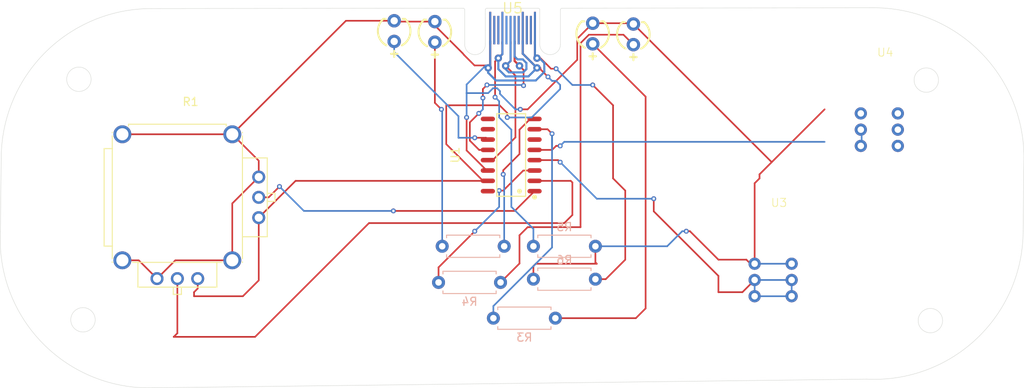
<source format=kicad_pcb>
(kicad_pcb (version 20240108) (generator "pcbnew") (generator_version "8.0")
  (layers (0 "F.Cu" signal) (31 "B.Cu" signal) (34 "B.Paste" user) (35 "F.Paste" user) (36 "B.SilkS" user "B.Silkscreen") (37 "F.SilkS" user "F.Silkscreen") (38 "B.Mask" user) (39 "F.Mask" user) (44 "Edge.Cuts" user))
  (net 0 "")
  (net 1 "Net-(LED1-+)")
  (net 2 "GND")
  (net 3 "Net-(LED2-+)")
  (net 4 "Net-(LED3-+)")
  (net 5 "Net-(LED4-+)")
  (net 6 "JOYX")
  (net 7 "JOYY")
  (net 8 "VCC")
  (net 11 "D-")
  (net 12 "Net-(U1-P1.6{slash}MISO{slash}RXD1{slash}TIN4)")
  (net 13 "D+")
  (net 15 "Net-(U1-P1.7{slash}SCK{slash}TXD1{slash}TIN5)")
  (net 17 "Net-(U1-P3.0{slash}PWM1_{slash}RXD)")
  (net 18 "Net-(U1-P3.1{slash}PWM2_{slash}TXD)")
  (net 19 "Net-(U1-P1.5{slash}MOSI{slash}PWM1{slash}TIN3{slash}UCC2{slash}AIN2)")
  (net 20 "Net-(U5-CC1)")
  (net 21 "Net-(U5-CC2)")
  (footprint "easyeda2kicad:SOP-16_L10.0-W3.9-P1.27-LS6.0-BL" (layer "F.Cu") (at 100.23 69.62 90)
    (property "Reference" "U1" (at 0 -6.87 90) (layer "F.SilkS"))
    (property "Value" "CH552G")
    (fp_line (start 5.08 -1.77) (end 5.08 1.77) (stroke (width 0.15)) (layer "F.SilkS"))
    (fp_line (start -5.08 -1.77) (end 5.08 -1.77) (stroke (width 0.15)) (layer "F.SilkS"))
    (fp_line (start 5.08 1.77) (end -5.08 1.77) (stroke (width 0.15)) (layer "F.SilkS"))
    (fp_line (start -5.08 1.77) (end -5.08 -1.77) (stroke (width 0.15)) (layer "F.SilkS"))
    (fp_circle (center -4.45 1.02) (end -4.3 1.02) (stroke (width 0.3)) (fill none) (layer "F.SilkS"))
    (fp_circle (center -5.18 2.87) (end -5.03 2.87) (stroke (width 0.3)) (fill none) (layer "F.SilkS"))
    (pad "1" smd oval (at -4.45 2.87 90) (size 0.56 1.75) (layers "F.Cu" "F.Paste" "F.Mask") (net 7 "JOYY"))
    (pad "2" smd oval (at -3.18 2.87 90) (size 0.56 1.75) (layers "F.Cu" "F.Paste" "F.Mask") (net 6 "JOYX"))
    (pad "3" smd oval (at -1.91 2.87 90) (size 0.56 1.75) (layers "F.Cu" "F.Paste" "F.Mask") (net 19 "Net-(U1-P1.5{slash}MOSI{slash}PWM1{slash}TIN3{slash}UCC2{slash}AIN2)"))
    (pad "4" smd oval (at -0.63 2.87 90) (size 0.56 1.75) (layers "F.Cu" "F.Paste" "F.Mask") (net 12 "Net-(U1-P1.6{slash}MISO{slash}RXD1{slash}TIN4)"))
    (pad "5" smd oval (at 0.63 2.87 90) (size 0.56 1.75) (layers "F.Cu" "F.Paste" "F.Mask") (net 15 "Net-(U1-P1.7{slash}SCK{slash}TXD1{slash}TIN5)"))
    (pad "6" smd oval (at 1.9 2.87 90) (size 0.56 1.75) (layers "F.Cu" "F.Paste" "F.Mask"))
    (pad "7" smd oval (at 3.17 2.87 90) (size 0.56 1.75) (layers "F.Cu" "F.Paste" "F.Mask") (net 18 "Net-(U1-P3.1{slash}PWM2_{slash}TXD)"))
    (pad "8" smd oval (at 4.44 2.87 90) (size 0.56 1.75) (layers "F.Cu" "F.Paste" "F.Mask") (net 17 "Net-(U1-P3.0{slash}PWM1_{slash}RXD)"))
    (pad "9" smd oval (at 4.44 -2.87 90) (size 0.56 1.75) (layers "F.Cu" "F.Paste" "F.Mask"))
    (pad "10" smd oval (at 3.17 -2.87 90) (size 0.56 1.75) (layers "F.Cu" "F.Paste" "F.Mask"))
    (pad "11" smd oval (at 1.9 -2.87 90) (size 0.56 1.75) (layers "F.Cu" "F.Paste" "F.Mask") (net 5 "Net-(LED4-+)"))
    (pad "12" smd oval (at 0.63 -2.87 90) (size 0.56 1.75) (layers "F.Cu" "F.Paste" "F.Mask") (net 13 "D+"))
    (pad "13" smd oval (at -0.63 -2.87 90) (size 0.56 1.75) (layers "F.Cu" "F.Paste" "F.Mask") (net 11 "D-"))
    (pad "14" smd oval (at -1.91 -2.87 90) (size 0.56 1.75) (layers "F.Cu" "F.Paste" "F.Mask") (net 2 "GND"))
    (pad "15" smd oval (at -3.18 -2.87 90) (size 0.56 1.75) (layers "F.Cu" "F.Paste" "F.Mask") (net 8 "VCC"))
    (pad "16" smd oval (at -4.45 -2.87 90) (size 0.56 1.75) (layers "F.Cu" "F.Paste" "F.Mask"))
  )
  (footprint "easyeda2kicad:LED-TH_BD4.0-P2.54-FD" (layer "F.Cu") (at 90.85 54.47 90)
    (property "Reference" "LED1" (hide yes))
    (property "Value" "204-10SUBC/S400-A4" (hide yes))
    (fp_line (start 1.5 -1.05) (end 1.5 -1.32) (stroke (width 0.25)) (layer "F.SilkS"))
    (fp_line (start -2.43 0) (end -3.18 0) (stroke (width 0.25)) (layer "F.SilkS"))
    (fp_line (start -2.8 0.31) (end -2.8 -0.39) (stroke (width 0.25)) (layer "F.SilkS"))
    (fp_line (start -2.8 0.4) (end -2.8 0.31) (stroke (width 0.25)) (layer "F.SilkS"))
    (fp_line (start 1.5 1.32) (end 1.5 1.05) (stroke (width 0.25)) (layer "F.SilkS"))
    (fp_arc (start -1.76 -0.96) (mid -0.220326 -1.992651) (end 1.507756 -1.321314) (stroke (width 0.25)) (layer "F.SilkS"))
    (fp_arc (start 1.5 1.32) (mid -0.223689 1.985539) (end -1.756093 0.953172) (stroke (width 0.25)) (layer "F.SilkS"))
    (pad "1" thru_hole circle (at -1.27 0 270) (size 1.65 1.65) (drill 0.900024) (layers "*.Cu" "*.Mask") (net 1 "Net-(LED1-+)"))
    (pad "2" thru_hole circle (at 1.27 0) (size 1.65 1.65) (drill 0.900024) (layers "*.Cu" "*.Mask") (net 2 "GND"))
  )
  (footprint "Button_Switch_THT:DIP6-DPDT" (layer "F.Cu") (at 146.2 57.5)
    (property "Reference" "U4" (at 0 -0.5 0) (layer "F.SilkS") (effects (font (thickness 0.1))))
    (property "Value" "~")
    (pad "1" thru_hole circle (at -3 11) (size 1.5 1.5) (drill 0.8) (layers "*.Cu" "*.Mask") (net 15 "Net-(U1-P1.7{slash}SCK{slash}TXD1{slash}TIN5)"))
    (pad "2" thru_hole circle (at -3 9) (size 1.5 1.5) (drill 0.8) (layers "*.Cu" "*.Mask") (net 15 "Net-(U1-P1.7{slash}SCK{slash}TXD1{slash}TIN5)"))
    (pad "3" thru_hole circle (at -3 7) (size 1.5 1.5) (drill 0.8) (layers "*.Cu" "*.Mask") (net 2 "GND"))
    (pad "4" thru_hole circle (at 1.55 11) (size 1.5 1.5) (drill 0.8) (layers "*.Cu" "*.Mask") (net 15 "Net-(U1-P1.7{slash}SCK{slash}TXD1{slash}TIN5)"))
    (pad "5" thru_hole circle (at 1.55 9) (size 1.5 1.5) (drill 0.8) (layers "*.Cu" "*.Mask") (net 15 "Net-(U1-P1.7{slash}SCK{slash}TXD1{slash}TIN5)"))
    (pad "6" thru_hole circle (at 1.55 7) (size 1.5 1.5) (drill 0.8) (layers "*.Cu" "*.Mask") (net 2 "GND"))
  )
  (footprint "easyeda2kicad:LED-TH_BD4.0-P2.54-FD" (layer "F.Cu") (at 110.25 54.67 90)
    (property "Reference" "LED2" (hide yes))
    (property "Value" "204-10SUBC/S400-A4" (hide yes))
    (fp_line (start 1.5 -1.05) (end 1.5 -1.32) (stroke (width 0.25)) (layer "F.SilkS"))
    (fp_line (start -2.43 0) (end -3.18 0) (stroke (width 0.25)) (layer "F.SilkS"))
    (fp_line (start -2.8 0.31) (end -2.8 -0.39) (stroke (width 0.25)) (layer "F.SilkS"))
    (fp_line (start -2.8 0.4) (end -2.8 0.31) (stroke (width 0.25)) (layer "F.SilkS"))
    (fp_line (start 1.5 1.32) (end 1.5 1.05) (stroke (width 0.25)) (layer "F.SilkS"))
    (fp_arc (start -1.76 -0.96) (mid -0.220326 -1.992651) (end 1.507756 -1.321314) (stroke (width 0.25)) (layer "F.SilkS"))
    (fp_arc (start 1.5 1.32) (mid -0.223689 1.985539) (end -1.756093 0.953172) (stroke (width 0.25)) (layer "F.SilkS"))
    (pad "1" thru_hole circle (at -1.27 0 270) (size 1.65 1.65) (drill 0.900024) (layers "*.Cu" "*.Mask") (net 3 "Net-(LED2-+)"))
    (pad "2" thru_hole circle (at 1.27 0) (size 1.65 1.65) (drill 0.900024) (layers "*.Cu" "*.Mask") (net 2 "GND"))
  )
  (footprint "easyeda2kicad:LED-TH_BD4.0-P2.54-FD" (layer "F.Cu") (at 115.25 54.77 90)
    (property "Reference" "LED3" (hide yes))
    (property "Value" "204-10SUBC/S400-A4" (hide yes))
    (fp_line (start 1.5 -1.05) (end 1.5 -1.32) (stroke (width 0.25)) (layer "F.SilkS"))
    (fp_line (start -2.43 0) (end -3.18 0) (stroke (width 0.25)) (layer "F.SilkS"))
    (fp_line (start -2.8 0.31) (end -2.8 -0.39) (stroke (width 0.25)) (layer "F.SilkS"))
    (fp_line (start -2.8 0.4) (end -2.8 0.31) (stroke (width 0.25)) (layer "F.SilkS"))
    (fp_line (start 1.5 1.32) (end 1.5 1.05) (stroke (width 0.25)) (layer "F.SilkS"))
    (fp_arc (start -1.76 -0.96) (mid -0.220326 -1.992651) (end 1.507756 -1.321314) (stroke (width 0.25)) (layer "F.SilkS"))
    (fp_arc (start 1.5 1.32) (mid -0.223689 1.985539) (end -1.756093 0.953172) (stroke (width 0.25)) (layer "F.SilkS"))
    (pad "1" thru_hole circle (at -1.27 0 270) (size 1.65 1.65) (drill 0.900024) (layers "*.Cu" "*.Mask") (net 4 "Net-(LED3-+)"))
    (pad "2" thru_hole circle (at 1.27 0) (size 1.65 1.65) (drill 0.900024) (layers "*.Cu" "*.Mask") (net 2 "GND"))
  )
  (footprint "easyeda2kicad:JOYTICK-TH_YF16-DFL7.2-B5KO-45-10-B5KO-55--RG-A22" (layer "F.Cu") (at 60.82 75.95)
    (property "Reference" "R1" (at 0 -12.88 0) (layer "F.SilkS"))
    (property "Value" "YF16-FL7.2-B5KA(45-10)-R-A28" (hide yes))
    (fp_line (start -10.62 -7.12) (end -10.62 4.88) (stroke (width 0.13)) (layer "F.SilkS"))
    (fp_line (start -10.62 4.88) (end -9.62 4.88) (stroke (width 0.13)) (layer "F.SilkS"))
    (fp_line (start -9.62 -9.12) (end -9.62 -9.07) (stroke (width 0.13)) (layer "F.SilkS"))
    (fp_line (start -9.62 -8.68) (end -9.62 -7.12) (stroke (width 0.13)) (layer "F.SilkS"))
    (fp_line (start -9.62 -7.12) (end -10.62 -7.12) (stroke (width 0.13)) (layer "F.SilkS"))
    (fp_line (start -9.62 -7.12) (end -9.62 4.88) (stroke (width 0.13)) (layer "F.SilkS"))
    (fp_line (start -9.62 4.88) (end -9.62 6.43) (stroke (width 0.13)) (layer "F.SilkS"))
    (fp_line (start -9.62 6.82) (end -9.62 6.88) (stroke (width 0.13)) (layer "F.SilkS"))
    (fp_line (start -9.62 6.88) (end -9.62 6.88) (stroke (width 0.13)) (layer "F.SilkS"))
    (fp_line (start -7.62 -10.12) (end -7.62 -9.9) (stroke (width 0.13)) (layer "F.SilkS"))
    (fp_line (start -7.13 6.88) (end -6.47 6.88) (stroke (width 0.13)) (layer "F.SilkS"))
    (fp_line (start -6.47 6.88) (end -6.47 9.93) (stroke (width 0.13)) (layer "F.SilkS"))
    (fp_line (start -6.47 6.88) (end 3.23 6.88) (stroke (width 0.13)) (layer "F.SilkS"))
    (fp_line (start -6.47 9.93) (end -2.12 9.93) (stroke (width 0.13)) (layer "F.SilkS"))
    (fp_line (start -2.12 9.93) (end -2.12 10.82) (stroke (width 0.13)) (layer "F.SilkS"))
    (fp_line (start -2.12 10.82) (end -1.12 10.82) (stroke (width 0.13)) (layer "F.SilkS"))
    (fp_line (start -1.12 9.93) (end -2.12 9.93) (stroke (width 0.13)) (layer "F.SilkS"))
    (fp_line (start -1.12 9.93) (end 3.23 9.93) (stroke (width 0.13)) (layer "F.SilkS"))
    (fp_line (start -1.12 10.82) (end -1.12 9.93) (stroke (width 0.13)) (layer "F.SilkS"))
    (fp_line (start 3.23 6.88) (end 3.88 6.88) (stroke (width 0.13)) (layer "F.SilkS"))
    (fp_line (start 3.23 9.93) (end 3.23 6.88) (stroke (width 0.13)) (layer "F.SilkS"))
    (fp_line (start 4.38 -10.12) (end -7.62 -10.12) (stroke (width 0.13)) (layer "F.SilkS"))
    (fp_line (start 4.38 -9.9) (end 4.38 -10.12) (stroke (width 0.13)) (layer "F.SilkS"))
    (fp_line (start 6.37 6.88) (end 6.38 6.88) (stroke (width 0.13)) (layer "F.SilkS"))
    (fp_line (start 6.38 -9.07) (end 6.38 -9.12) (stroke (width 0.13)) (layer "F.SilkS"))
    (fp_line (start 6.38 -5.97) (end 6.38 -8.68) (stroke (width 0.13)) (layer "F.SilkS"))
    (fp_line (start 6.38 -5.97) (end 6.38 3.73) (stroke (width 0.13)) (layer "F.SilkS"))
    (fp_line (start 6.38 3.73) (end 9.43 3.73) (stroke (width 0.13)) (layer "F.SilkS"))
    (fp_line (start 6.38 6.43) (end 6.38 3.73) (stroke (width 0.13)) (layer "F.SilkS"))
    (fp_line (start 6.38 6.88) (end 6.38 6.82) (stroke (width 0.13)) (layer "F.SilkS"))
    (fp_line (start 9.43 -5.97) (end 6.38 -5.97) (stroke (width 0.13)) (layer "F.SilkS"))
    (fp_line (start 9.43 -1.62) (end 9.43 -5.97) (stroke (width 0.13)) (layer "F.SilkS"))
    (fp_line (start 9.43 -1.62) (end 9.43 -0.62) (stroke (width 0.13)) (layer "F.SilkS"))
    (fp_line (start 9.43 -0.62) (end 10.38 -0.62) (stroke (width 0.13)) (layer "F.SilkS"))
    (fp_line (start 9.43 3.73) (end 9.43 -0.62) (stroke (width 0.13)) (layer "F.SilkS"))
    (fp_line (start 10.38 -1.62) (end 9.43 -1.62) (stroke (width 0.13)) (layer "F.SilkS"))
    (fp_line (start 10.38 -0.62) (end 10.38 -1.62) (stroke (width 0.13)) (layer "F.SilkS"))
    (pad "1" thru_hole circle (at -4.12 8.88) (size 1.6 1.6) (drill 0.999998) (layers "*.Cu" "*.Mask") (net 2 "GND"))
    (pad "2" thru_hole circle (at -1.62 8.88) (size 1.6 1.6) (drill 0.999998) (layers "*.Cu" "*.Mask") (net 6 "JOYX"))
    (pad "3" thru_hole circle (at 0.88 8.88) (size 1.6 1.6) (drill 0.999998) (layers "*.Cu" "*.Mask") (net 8 "VCC"))
    (pad "4" thru_hole circle (at 8.38 -3.62) (size 1.6 1.6) (drill 0.999998) (layers "*.Cu" "*.Mask") (net 2 "GND"))
    (pad "5" thru_hole circle (at 8.38 -1.12) (size 1.6 1.6) (drill 0.999998) (layers "*.Cu" "*.Mask") (net 7 "JOYY"))
    (pad "6" thru_hole circle (at 8.38 1.38) (size 1.6 1.6) (drill 0.999998) (layers "*.Cu" "*.Mask") (net 8 "VCC"))
    (pad "7" thru_hole circle (at -8.38 -8.88) (size 2.2 2.2) (drill 1.500022) (layers "*.Cu" "*.Mask") (net 2 "GND"))
    (pad "8" thru_hole circle (at 5.13 -8.88) (size 2.2 2.2) (drill 1.500022) (layers "*.Cu" "*.Mask") (net 2 "GND"))
    (pad "9" thru_hole circle (at 5.13 6.63) (size 2.2 2.2) (drill 1.500022) (layers "*.Cu" "*.Mask") (net 2 "GND"))
    (pad "10" thru_hole circle (at -8.38 6.63) (size 2.2 2.2) (drill 1.500022) (layers "*.Cu" "*.Mask") (net 2 "GND"))
  )
  (footprint "USBC:USB_TYPE_C_W_2.0_5" (layer "F.Cu") (at 100.4 51.55)
    (property "Reference" "U5" (at 0 0 0) (layer "F.SilkS") (effects (font (size 1.27 1.27))))
    (property "Value" "~")
    (fp_line (start -2.75 4.1) (end -2.75 7.1) (stroke (width 0.254)) (layer "F.Cu"))
    (fp_line (start -2.75 7.1) (end -3 7.35) (stroke (width 0.254)) (layer "F.Cu"))
    (fp_line (start -1.25 4.15) (end -1.25 5.65) (stroke (width 0.254)) (layer "F.Cu"))
    (fp_line (start -1.25 5.65) (end -1.75 6.15) (stroke (width 0.254)) (layer "F.Cu"))
    (fp_line (start -0.25 4.1) (end -0.25 6.5) (stroke (width 0.254)) (layer "F.Cu"))
    (fp_line (start -0.25 6.5) (end -0.85 7.1) (stroke (width 0.254)) (layer "F.Cu"))
    (fp_line (start 0.25 4.05) (end 0.25 6.5) (stroke (width 0.254)) (layer "F.Cu"))
    (fp_line (start 0.25 6.5) (end 0.85 7.1) (stroke (width 0.254)) (layer "F.Cu"))
    (fp_line (start 1.25 4) (end 1.25 5.6) (stroke (width 0.254)) (layer "F.Cu"))
    (fp_line (start 1.25 5.6) (end 3 7.35) (stroke (width 0.254)) (layer "F.Cu"))
    (fp_line (start 2.75 4.1) (end 2.75 5.9) (stroke (width 0.254)) (layer "F.Cu"))
    (fp_line (start 2.75 5.9) (end 3 6.15) (stroke (width 0.254)) (layer "F.Cu"))
    (fp_line (start -3 7.95) (end -3 7.35) (stroke (width 0.254)) (layer "B.Cu"))
    (fp_line (start -2.75 4.05) (end -2.75 7.1) (stroke (width 0.254)) (layer "B.Cu"))
    (fp_line (start -2.75 7.1) (end -3 7.35) (stroke (width 0.254)) (layer "B.Cu"))
    (fp_line (start -2.05 8.9) (end -3 7.95) (stroke (width 0.254)) (layer "B.Cu"))
    (fp_line (start -1.75 7.5) (end -1.75 6.15) (stroke (width 0.254)) (layer "B.Cu"))
    (fp_line (start -1.25 4.15) (end -1.25 5.65) (stroke (width 0.254)) (layer "B.Cu"))
    (fp_line (start -1.25 5.65) (end -1.75 6.15) (stroke (width 0.254)) (layer "B.Cu"))
    (fp_line (start -0.85 7.5) (end -0.85 7.15) (stroke (width 0.254)) (layer "B.Cu"))
    (fp_line (start -0.85 8.4) (end -1.75 7.5) (stroke (width 0.254)) (layer "B.Cu"))
    (fp_line (start -0.45 7.9) (end -0.85 7.5) (stroke (width 0.254)) (layer "B.Cu"))
    (fp_line (start -0.25 4.15) (end -0.25 6.5) (stroke (width 0.254)) (layer "B.Cu"))
    (fp_line (start -0.25 6.5) (end -0.85 7.1) (stroke (width 0.254)) (layer "B.Cu"))
    (fp_line (start 0.25 4.05) (end 0.25 5.95) (stroke (width 0.254)) (layer "B.Cu"))
    (fp_line (start 0.25 5.95) (end 0.6 6.3) (stroke (width 0.254)) (layer "B.Cu"))
    (fp_line (start 0.6 6.3) (end 1.25 6.3) (stroke (width 0.254)) (layer "B.Cu"))
    (fp_line (start 1.25 4.05) (end 1.25 5.6) (stroke (width 0.254)) (layer "B.Cu"))
    (fp_line (start 1.25 5.6) (end 3 7.35) (stroke (width 0.254)) (layer "B.Cu"))
    (fp_line (start 1.25 6.3) (end 1.7 6.75) (stroke (width 0.254)) (layer "B.Cu"))
    (fp_line (start 1.3 7.9) (end -0.45 7.9) (stroke (width 0.254)) (layer "B.Cu"))
    (fp_line (start 1.7 6.75) (end 1.7 7.5) (stroke (width 0.254)) (layer "B.Cu"))
    (fp_line (start 1.7 7.5) (end 1.3 7.9) (stroke (width 0.254)) (layer "B.Cu"))
    (fp_line (start 1.95 8.4) (end -0.85 8.4) (stroke (width 0.254)) (layer "B.Cu"))
    (fp_line (start 1.95 8.4) (end 3 7.35) (stroke (width 0.254)) (layer "B.Cu"))
    (fp_line (start 2.75 4.05) (end 2.75 5.9) (stroke (width 0.254)) (layer "B.Cu"))
    (fp_line (start 2.75 5.9) (end 3 6.15) (stroke (width 0.254)) (layer "B.Cu"))
    (fp_line (start 2.85 8.9) (end -2.05 8.9) (stroke (width 0.254)) (layer "B.Cu"))
    (fp_line (start 3 6.15) (end 3.3 6.15) (stroke (width 0.254)) (layer "B.Cu"))
    (fp_line (start 3.3 6.15) (end 3.9 6.75) (stroke (width 0.254)) (layer "B.Cu"))
    (fp_line (start 3.9 6.75) (end 3.9 7.85) (stroke (width 0.254)) (layer "B.Cu"))
    (fp_line (start 3.9 7.85) (end 2.85 8.9) (stroke (width 0.254)) (layer "B.Cu"))
    (fp_line (start -8 0) (end -6.085 0) (stroke (width 0.05)) (layer "Edge.Cuts"))
    (fp_line (start -5.885 0.2) (end -5.885 4.45) (stroke (width 0.05)) (layer "Edge.Cuts"))
    (fp_line (start -3.345 0.2) (end -3.345 0.75) (stroke (width 0.05)) (layer "Edge.Cuts"))
    (fp_line (start -3.345 0.75) (end -3.345 1.25) (stroke (width 0.05)) (layer "Edge.Cuts"))
    (fp_line (start -3.345 1.25) (end -3.345 2.75) (stroke (width 0.05)) (layer "Edge.Cuts"))
    (fp_line (start -3.345 2.75) (end -3.345 4.45) (stroke (width 0.05)) (layer "Edge.Cuts"))
    (fp_line (start -3.045 0) (end -3.145 0) (stroke (width 0.05)) (layer "Edge.Cuts"))
    (fp_line (start -3.045 0) (end 3.045 0) (stroke (width 0.05)) (layer "Edge.Cuts"))
    (fp_line (start 3.045 0) (end 3.145 0) (stroke (width 0.05)) (layer "Edge.Cuts"))
    (fp_line (start 3.345 0.2) (end 3.345 1.25) (stroke (width 0.05)) (layer "Edge.Cuts"))
    (fp_line (start 3.345 1.25) (end 3.345 2.75) (stroke (width 0.05)) (layer "Edge.Cuts"))
    (fp_line (start 3.345 2.75) (end 3.345 4.45) (stroke (width 0.05)) (layer "Edge.Cuts"))
    (fp_line (start 5.885 0.2) (end 5.885 4.45) (stroke (width 0.05)) (layer "Edge.Cuts"))
    (fp_line (start 8 0) (end 6.085 0) (stroke (width 0.05)) (layer "Edge.Cuts"))
    (fp_arc (start -6.085 0) (mid -5.943579 0.058579) (end -5.885 0.2) (stroke (width 0.05)) (layer "Edge.Cuts"))
    (fp_arc (start -3.345 0.2) (mid -3.286421 0.058579) (end -3.145 0) (stroke (width 0.05)) (layer "Edge.Cuts"))
    (fp_arc (start -3.345 4.45) (mid -4.615 5.72) (end -5.885 4.45) (stroke (width 0.05)) (layer "Edge.Cuts"))
    (fp_arc (start 3.145 0) (mid 3.286421 0.058579) (end 3.345 0.2) (stroke (width 0.05)) (layer "Edge.Cuts"))
    (fp_arc (start 5.885 0.2) (mid 5.943579 0.058579) (end 6.085 0) (stroke (width 0.05)) (layer "Edge.Cuts"))
    (fp_arc (start 5.885 4.45) (mid 4.615 5.72) (end 3.345 4.45) (stroke (width 0.05)) (layer "Edge.Cuts"))
    (pad "A1" smd rect (at 2.75 2.45 90) (size 4 0.25) (layers "F.Cu" "F.Paste" "F.Mask"))
    (pad "A2" smd rect (at 2.25 2.7 90) (size 3.5 0.25) (layers "F.Cu" "F.Paste" "F.Mask"))
    (pad "A3" smd rect (at 1.75 2.7 90) (size 3.5 0.25) (layers "F.Cu" "F.Paste" "F.Mask"))
    (pad "A4" smd rect (at 1.25 2.45 90) (size 4 0.25) (layers "F.Cu" "F.Paste" "F.Mask"))
    (pad "A5" smd rect (at 0.75 2.7 90) (size 3.5 0.25) (layers "F.Cu" "F.Paste" "F.Mask"))
    (pad "A6" smd rect (at 0.25 2.7 90) (size 3.5 0.25) (layers "F.Cu" "F.Paste" "F.Mask"))
    (pad "A7" smd rect (at -0.25 2.7 90) (size 3.5 0.25) (layers "F.Cu" "F.Paste" "F.Mask"))
    (pad "A8" smd rect (at -0.75 2.7 90) (size 3.5 0.25) (layers "F.Cu" "F.Paste" "F.Mask"))
    (pad "A9" smd rect (at -1.25 2.45 90) (size 4 0.25) (layers "F.Cu" "F.Paste" "F.Mask"))
    (pad "A10" smd rect (at -1.75 2.7 90) (size 3.5 0.25) (layers "F.Cu" "F.Paste" "F.Mask"))
    (pad "A11" smd rect (at -2.25 2.7 90) (size 3.5 0.25) (layers "F.Cu" "F.Paste" "F.Mask"))
    (pad "A12" smd rect (at -2.75 2.45 90) (size 4 0.25) (layers "F.Cu" "F.Paste" "F.Mask"))
    (pad "B1" smd rect (at -2.75 2.45 90) (size 4 0.25) (layers "B.Cu" "B.Paste" "B.Mask"))
    (pad "B2" smd rect (at -2.25 2.7 90) (size 3.5 0.25) (layers "B.Cu" "B.Paste" "B.Mask"))
    (pad "B3" smd rect (at -1.75 2.7 90) (size 3.5 0.25) (layers "B.Cu" "B.Paste" "B.Mask"))
    (pad "B4" smd rect (at -1.25 2.45 90) (size 4 0.25) (layers "B.Cu" "B.Paste" "B.Mask"))
    (pad "B5" smd rect (at -0.75 2.7 90) (size 3.5 0.25) (layers "B.Cu" "B.Paste" "B.Mask"))
    (pad "B6" smd rect (at -0.25 2.7 90) (size 3.5 0.25) (layers "B.Cu" "B.Paste" "B.Mask"))
    (pad "B7" smd rect (at 0.25 2.7 90) (size 3.5 0.25) (layers "B.Cu" "B.Paste" "B.Mask"))
    (pad "B8" smd rect (at 0.75 2.7 90) (size 3.5 0.25) (layers "B.Cu" "B.Paste" "B.Mask"))
    (pad "B9" smd rect (at 1.25 2.45 90) (size 4 0.25) (layers "B.Cu" "B.Paste" "B.Mask"))
    (pad "B10" smd rect (at 1.75 2.7 90) (size 3.5 0.25) (layers "B.Cu" "B.Paste" "B.Mask"))
    (pad "B11" smd rect (at 2.25 2.7 90) (size 3.5 0.25) (layers "B.Cu" "B.Paste" "B.Mask"))
    (pad "B12" smd rect (at 2.75 2.45 90) (size 4 0.25) (layers "B.Cu" "B.Paste" "B.Mask"))
    (pad "D+" thru_hole circle (at 0.85 7.1) (size 0.908 0.908) (drill 0.4) (layers "*.Cu" "*.Mask") (net 13 "D+"))
    (pad "D-" thru_hole circle (at -0.85 7.1) (size 0.908 0.908) (drill 0.4) (layers "*.Cu" "*.Mask") (net 11 "D-"))
    (pad "GND" thru_hole circle (at -3 7.35) (size 0.908 0.908) (drill 0.4) (layers "*.Cu" "*.Mask") (net 2 "GND"))
    (pad "P$5" thru_hole circle (at -1.75 6.15) (size 0.908 0.908) (drill 0.4) (layers "*.Cu") (net 20 "Net-(U5-CC1)"))
    (pad "P$6" thru_hole circle (at 3 6.15) (size 0.908 0.908) (drill 0.4) (layers "*.Cu") (net 21 "Net-(U5-CC2)"))
    (pad "VBUS" thru_hole circle (at 3 7.35) (size 0.908 0.908) (drill 0.4) (layers "*.Cu" "*.Mask") (net 8 "VCC"))
  )
  (footprint "easyeda2kicad:LED-TH_BD4.0-P2.54-FD" (layer "F.Cu") (at 85.85 54.37 90)
    (property "Reference" "LED4" (hide yes))
    (property "Value" "204-10SUBC/S400-A4" (hide yes))
    (fp_line (start 1.5 -1.05) (end 1.5 -1.32) (stroke (width 0.25)) (layer "F.SilkS"))
    (fp_line (start -2.43 0) (end -3.18 0) (stroke (width 0.25)) (layer "F.SilkS"))
    (fp_line (start -2.8 0.31) (end -2.8 -0.39) (stroke (width 0.25)) (layer "F.SilkS"))
    (fp_line (start -2.8 0.4) (end -2.8 0.31) (stroke (width 0.25)) (layer "F.SilkS"))
    (fp_line (start 1.5 1.32) (end 1.5 1.05) (stroke (width 0.25)) (layer "F.SilkS"))
    (fp_arc (start -1.76 -0.96) (mid -0.220326 -1.992651) (end 1.507756 -1.321314) (stroke (width 0.25)) (layer "F.SilkS"))
    (fp_arc (start 1.5 1.32) (mid -0.223689 1.985539) (end -1.756093 0.953172) (stroke (width 0.25)) (layer "F.SilkS"))
    (pad "1" thru_hole circle (at -1.27 0 270) (size 1.65 1.65) (drill 0.900024) (layers "*.Cu" "*.Mask") (net 5 "Net-(LED4-+)"))
    (pad "2" thru_hole circle (at 1.27 0) (size 1.65 1.65) (drill 0.900024) (layers "*.Cu" "*.Mask") (net 2 "GND"))
  )
  (footprint "Button_Switch_THT:DIP6-DPDT" (layer "F.Cu") (at 133.15 76)
    (property "Reference" "U3" (at 0 -0.5 0) (layer "F.SilkS") (effects (font (thickness 0.1))))
    (property "Value" "~")
    (pad "1" thru_hole circle (at -3 11) (size 1.5 1.5) (drill 0.8) (layers "*.Cu" "*.Mask") (net 12 "Net-(U1-P1.6{slash}MISO{slash}RXD1{slash}TIN4)"))
    (pad "2" thru_hole circle (at -3 9) (size 1.5 1.5) (drill 0.8) (layers "*.Cu" "*.Mask") (net 12 "Net-(U1-P1.6{slash}MISO{slash}RXD1{slash}TIN4)"))
    (pad "3" thru_hole circle (at -3 7) (size 1.5 1.5) (drill 0.8) (layers "*.Cu" "*.Mask") (net 2 "GND"))
    (pad "4" thru_hole circle (at 1.55 11) (size 1.5 1.5) (drill 0.8) (layers "*.Cu" "*.Mask") (net 12 "Net-(U1-P1.6{slash}MISO{slash}RXD1{slash}TIN4)"))
    (pad "5" thru_hole circle (at 1.55 9) (size 1.5 1.5) (drill 0.8) (layers "*.Cu" "*.Mask") (net 12 "Net-(U1-P1.6{slash}MISO{slash}RXD1{slash}TIN4)"))
    (pad "6" thru_hole circle (at 1.55 7) (size 1.5 1.5) (drill 0.8) (layers "*.Cu" "*.Mask") (net 2 "GND"))
  )
  (footprint "Resistor_THT:R_Axial_DIN0207_L6.3mm_D2.5mm_P7.62mm_Horizontal" (layer "B.Cu") (at 98.04 89.7)
    (property "Reference" "R3" (at 3.81 2.37 0) (layer "B.SilkS") (effects (justify mirror)))
    (property "Value" "10")
    (fp_line (start 0.54 -1.37) (end 0.54 -1.04) (stroke (width 0.12)) (layer "B.SilkS"))
    (fp_line (start 0.54 1.37) (end 0.54 1.04) (stroke (width 0.12)) (layer "B.SilkS"))
    (fp_line (start 7.08 -1.37) (end 0.54 -1.37) (stroke (width 0.12)) (layer "B.SilkS"))
    (fp_line (start 7.08 -1.04) (end 7.08 -1.37) (stroke (width 0.12)) (layer "B.SilkS"))
    (fp_line (start 7.08 1.04) (end 7.08 1.37) (stroke (width 0.12)) (layer "B.SilkS"))
    (fp_line (start 7.08 1.37) (end 0.54 1.37) (stroke (width 0.12)) (layer "B.SilkS"))
    (pad "1" thru_hole circle (at 0 0) (size 1.6 1.6) (drill 0.8) (layers "*.Cu" "*.Mask") (net 18 "Net-(U1-P3.1{slash}PWM2_{slash}TXD)"))
    (pad "2" thru_hole oval (at 7.62 0) (size 1.6 1.6) (drill 0.8) (layers "*.Cu" "*.Mask") (net 3 "Net-(LED2-+)"))
  )
  (footprint "Resistor_THT:R_Axial_DIN0207_L6.3mm_D2.5mm_P7.62mm_Horizontal" (layer "B.Cu") (at 91.75 80.85)
    (property "Reference" "R2" (hide yes))
    (property "Value" "10")
    (fp_line (start 0.54 -1.37) (end 0.54 -1.04) (stroke (width 0.12)) (layer "B.SilkS"))
    (fp_line (start 0.54 1.37) (end 0.54 1.04) (stroke (width 0.12)) (layer "B.SilkS"))
    (fp_line (start 7.08 -1.37) (end 0.54 -1.37) (stroke (width 0.12)) (layer "B.SilkS"))
    (fp_line (start 7.08 -1.04) (end 7.08 -1.37) (stroke (width 0.12)) (layer "B.SilkS"))
    (fp_line (start 7.08 1.04) (end 7.08 1.37) (stroke (width 0.12)) (layer "B.SilkS"))
    (fp_line (start 7.08 1.37) (end 0.54 1.37) (stroke (width 0.12)) (layer "B.SilkS"))
    (pad "1" thru_hole circle (at 0 0) (size 1.6 1.6) (drill 0.8) (layers "*.Cu" "*.Mask") (net 1 "Net-(LED1-+)"))
    (pad "2" thru_hole oval (at 7.62 0) (size 1.6 1.6) (drill 0.8) (layers "*.Cu" "*.Mask") (net 17 "Net-(U1-P3.0{slash}PWM1_{slash}RXD)"))
  )
  (footprint "Resistor_THT:R_Axial_DIN0207_L6.3mm_D2.5mm_P7.62mm_Horizontal" (layer "B.Cu") (at 91.3 85.3)
    (property "Reference" "R4" (at 3.81 2.37 0) (layer "B.SilkS") (effects (justify mirror)))
    (property "Value" "10")
    (fp_line (start 0.54 -1.37) (end 0.54 -1.04) (stroke (width 0.12)) (layer "B.SilkS"))
    (fp_line (start 0.54 1.37) (end 0.54 1.04) (stroke (width 0.12)) (layer "B.SilkS"))
    (fp_line (start 7.08 -1.37) (end 0.54 -1.37) (stroke (width 0.12)) (layer "B.SilkS"))
    (fp_line (start 7.08 -1.04) (end 7.08 -1.37) (stroke (width 0.12)) (layer "B.SilkS"))
    (fp_line (start 7.08 1.04) (end 7.08 1.37) (stroke (width 0.12)) (layer "B.SilkS"))
    (fp_line (start 7.08 1.37) (end 0.54 1.37) (stroke (width 0.12)) (layer "B.SilkS"))
    (pad "1" thru_hole circle (at 0 0) (size 1.6 1.6) (drill 0.8) (layers "*.Cu" "*.Mask") (net 19 "Net-(U1-P1.5{slash}MOSI{slash}PWM1{slash}TIN3{slash}UCC2{slash}AIN2)"))
    (pad "2" thru_hole oval (at 7.62 0) (size 1.6 1.6) (drill 0.8) (layers "*.Cu" "*.Mask") (net 4 "Net-(LED3-+)"))
  )
  (footprint "Resistor_THT:R_Axial_DIN0207_L6.3mm_D2.5mm_P7.62mm_Horizontal" (layer "B.Cu") (at 110.58 84.9 180)
    (property "Reference" "R6" (at 3.81 2.37 0) (layer "B.SilkS") (effects (justify mirror)))
    (property "Value" "5.1k")
    (fp_line (start 7.08 1.37) (end 0.54 1.37) (stroke (width 0.12)) (layer "B.SilkS"))
    (fp_line (start 7.08 1.04) (end 7.08 1.37) (stroke (width 0.12)) (layer "B.SilkS"))
    (fp_line (start 7.08 -1.04) (end 7.08 -1.37) (stroke (width 0.12)) (layer "B.SilkS"))
    (fp_line (start 7.08 -1.37) (end 0.54 -1.37) (stroke (width 0.12)) (layer "B.SilkS"))
    (fp_line (start 0.54 1.37) (end 0.54 1.04) (stroke (width 0.12)) (layer "B.SilkS"))
    (fp_line (start 0.54 -1.37) (end 0.54 -1.04) (stroke (width 0.12)) (layer "B.SilkS"))
    (pad "1" thru_hole circle (at 0 0 180) (size 1.6 1.6) (drill 0.8) (layers "*.Cu" "*.Mask") (net 21 "Net-(U5-CC2)"))
    (pad "2" thru_hole oval (at 7.62 0 180) (size 1.6 1.6) (drill 0.8) (layers "*.Cu" "*.Mask") (net 2 "GND"))
  )
  (footprint "Resistor_THT:R_Axial_DIN0207_L6.3mm_D2.5mm_P7.62mm_Horizontal" (layer "B.Cu") (at 110.58 80.85 180)
    (property "Reference" "R5" (at 3.81 2.37 0) (layer "B.SilkS") (effects (justify mirror)))
    (property "Value" "5.1k")
    (fp_line (start 7.08 1.37) (end 0.54 1.37) (stroke (width 0.12)) (layer "B.SilkS"))
    (fp_line (start 7.08 1.04) (end 7.08 1.37) (stroke (width 0.12)) (layer "B.SilkS"))
    (fp_line (start 7.08 -1.04) (end 7.08 -1.37) (stroke (width 0.12)) (layer "B.SilkS"))
    (fp_line (start 7.08 -1.37) (end 0.54 -1.37) (stroke (width 0.12)) (layer "B.SilkS"))
    (fp_line (start 0.54 1.37) (end 0.54 1.04) (stroke (width 0.12)) (layer "B.SilkS"))
    (fp_line (start 0.54 -1.37) (end 0.54 -1.04) (stroke (width 0.12)) (layer "B.SilkS"))
    (pad "1" thru_hole circle (at 0 0 180) (size 1.6 1.6) (drill 0.8) (layers "*.Cu" "*.Mask") (net 2 "GND"))
    (pad "2" thru_hole oval (at 7.62 0 180) (size 1.6 1.6) (drill 0.8) (layers "*.Cu" "*.Mask") (net 20 "Net-(U5-CC1)"))
  )
  (gr_arc (start 144.8 51.5) (mid 157.84612 56.90388) (end 163.25 69.95) (stroke (width 0.05)) (layer "Edge.Cuts"))
  (gr_line (start 143.925291 97.2) (end 55.7 98.274709) (stroke (width 0.05)) (layer "Edge.Cuts"))
  (gr_line (start 108.4 51.55) (end 144.8 51.5) (stroke (width 0.05)) (layer "Edge.Cuts"))
  (gr_circle (center 151.25 60.4) (end 152.75 60.4) (stroke (width 0.05)) (fill none) (layer "Edge.Cuts"))
  (gr_line (start 37.55 70.05) (end 37.45 79.05) (stroke (width 0.05)) (layer "Edge.Cuts"))
  (gr_arc (start 163.15 78.95) (mid 157.457104 92.203791) (end 143.925291 97.2) (stroke (width 0.05)) (layer "Edge.Cuts"))
  (gr_circle (center 47.6 89.9) (end 49.1 89.9) (stroke (width 0.05)) (fill none) (layer "Edge.Cuts"))
  (gr_arc (start 55.7 98.274709) (mid 42.446208 92.581813) (end 37.45 79.05) (stroke (width 0.05)) (layer "Edge.Cuts"))
  (gr_arc (start 37.55 70.05) (mid 42.95388 57.00388) (end 56 51.6) (stroke (width 0.05)) (layer "Edge.Cuts"))
  (gr_line (start 163.25 69.95) (end 163.15 78.95) (stroke (width 0.05)) (layer "Edge.Cuts"))
  (gr_circle (center 151.75 90) (end 153.25 90) (stroke (width 0.05)) (fill none) (layer "Edge.Cuts"))
  (gr_circle (center 47.1 60.3) (end 48.6 60.3) (stroke (width 0.05)) (fill none) (layer "Edge.Cuts"))
  (gr_line (start 92.4 51.55) (end 56 51.6) (stroke (width 0.05)) (layer "Edge.Cuts"))
  (segment (start 90.85 63.2) (end 90.85 55.74) (width 0.2) (layer "F.Cu") (net 1))
  (segment (start 91.65 64) (end 90.85 63.2) (width 0.2) (layer "F.Cu") (net 1))
  (via (at 91.65 64) (size 0.6) (drill 0.3) (layers "F.Cu" "B.Cu") (net 1))
  (segment (start 91.75 64) (end 91.65 64) (width 0.2) (layer "B.Cu") (net 1))
  (segment (start 91.75 80.85) (end 91.75 64) (width 0.2) (layer "B.Cu") (net 1))
  (segment (start 102.96 83.29) (end 103.25 83) (width 0.2) (layer "F.Cu") (net 2))
  (segment (start 125.7 82.5) (end 129.134925 82.5) (width 0.2) (layer "F.Cu") (net 2))
  (segment (start 129.134925 82.5) (end 129.634925 83) (width 0.2) (layer "F.Cu") (net 2))
  (segment (start 115.15 53.4) (end 115.25 53.5) (width 0.2) (layer "F.Cu") (net 2))
  (segment (start 52.44 82.58) (end 54.45 82.58) (width 0.2) (layer "F.Cu") (net 2))
  (segment (start 125.7 82.5) (end 122.2 79) (width 0.2) (layer "F.Cu") (net 2))
  (segment (start 122.2 79) (end 121.75 79) (width 0.2) (layer "F.Cu") (net 2))
  (segment (start 90.85 53.2) (end 85.95 53.2) (width 0.2) (layer "F.Cu") (net 2))
  (segment (start 130.75 72.5) (end 130.15 73.1) (width 0.2) (layer "F.Cu") (net 2))
  (segment (start 97.224756 71.53) (end 94.75 69.055244) (width 0.2) (layer "F.Cu") (net 2))
  (segment (start 110.25 53.4) (end 108.35 55.3) (width 0.2) (layer "F.Cu") (net 2))
  (segment (start 102.96 84.9) (end 102.96 83.29) (width 0.2) (layer "F.Cu") (net 2))
  (segment (start 108.35 57.9) (end 102.25 64) (width 0.2) (layer "F.Cu") (net 2))
  (segment (start 58.95 82.58) (end 56.7 84.83) (width 0.2) (layer "F.Cu") (net 2))
  (segment (start 85.95 53.2) (end 85.85 53.1) (width 0.2) (layer "F.Cu") (net 2))
  (segment (start 103.25 83) (end 110.75 83) (width 0.2) (layer "F.Cu") (net 2))
  (segment (start 130.75 72) (end 130.75 72.5) (width 0.2) (layer "F.Cu") (net 2))
  (segment (start 94.75 69.055244) (end 94.75 65) (width 0.2) (layer "F.Cu") (net 2))
  (segment (start 65.95 75.58) (end 69.2 72.33) (width 0.2) (layer "F.Cu") (net 2))
  (segment (start 95.724715 58.598065) (end 97.098065 58.598065) (width 0.2) (layer "F.Cu") (net 2))
  (segment (start 132.25 70.5) (end 138.75 64) (width 0.2) (layer "F.Cu") (net 2))
  (segment (start 65.95 82.58) (end 65.95 75.58) (width 0.2) (layer "F.Cu") (net 2))
  (segment (start 130.15 73.1) (end 130.15 83) (width 0.2) (layer "F.Cu") (net 2))
  (segment (start 54.45 82.58) (end 56.7 84.83) (width 0.2) (layer "F.Cu") (net 2))
  (segment (start 65.95 82.58) (end 58.95 82.58) (width 0.2) (layer "F.Cu") (net 2))
  (segment (start 110.75 83) (end 110.58 82.83) (width 0.2) (layer "F.Cu") (net 2))
  (segment (start 90.85 53.682961) (end 94.245207 57.078168) (width 0.2) (layer "F.Cu") (net 2))
  (segment (start 110.58 82.83) (end 110.58 80.85) (width 0.2) (layer "F.Cu") (net 2))
  (segment (start 69.2 70.32) (end 65.95 67.07) (width 0.2) (layer "F.Cu") (net 2))
  (segment (start 110.25 53.4) (end 115.15 53.4) (width 0.2) (layer "F.Cu") (net 2))
  (segment (start 85.85 53.1) (end 79.92 53.1) (width 0.2) (layer "F.Cu") (net 2))
  (segment (start 132.25 70.5) (end 115.25 53.5) (width 0.2) (layer "F.Cu") (net 2))
  (segment (start 130.75 72) (end 132.25 70.5) (width 0.2) (layer "F.Cu") (net 2))
  (segment (start 90.85 53.2) (end 90.85 53.682961) (width 0.2) (layer "F.Cu") (net 2))
  (segment (start 94.245207 57.078168) (end 94.455825 57.329175) (width 0.2) (layer "F.Cu") (net 2))
  (segment (start 97.36 71.53) (end 97.224756 71.53) (width 0.2) (layer "F.Cu") (net 2))
  (segment (start 65.95 67.07) (end 52.44 67.07) (width 0.2) (layer "F.Cu") (net 2))
  (segment (start 79.92 53.1) (end 65.95 67.07) (width 0.2) (layer "F.Cu") (net 2))
  (segment (start 108.35 55.3) (end 108.35 57.9) (width 0.2) (layer "F.Cu") (net 2))
  (segment (start 94.455825 57.329175) (end 95.724715 58.598065) (width 0.2) (layer "F.Cu") (net 2))
  (segment (start 129.634925 83) (end 130.15 83) (width 0.2) (layer "F.Cu") (net 2))
  (segment (start 69.2 72.33) (end 69.2 70.32) (width 0.2) (layer "F.Cu") (net 2))
  (segment (start 102.25 64) (end 101.35 64) (width 0.2) (layer "F.Cu") (net 2))
  (via (at 101.35 64) (size 0.6) (drill 0.3) (layers "F.Cu" "B.Cu") (net 2))
  (via (at 94.75 65) (size 0.6) (drill 0.3) (layers "F.Cu" "B.Cu") (net 2))
  (via (at 121.75 79) (size 0.6) (drill 0.3) (layers "F.Cu" "B.Cu") (net 2))
  (segment (start 119.4 80.85) (end 110.58 80.85) (width 0.2) (layer "B.Cu") (net 2))
  (segment (start 98.85 61.751471) (end 98.498529 61.4) (width 0.2) (layer "B.Cu") (net 2))
  (segment (start 101.35 64) (end 100.75 64) (width 0.2) (layer "B.Cu") (net 2))
  (segment (start 121.25 79) (end 119.4 80.85) (width 0.2) (layer "B.Cu") (net 2))
  (segment (start 98.001471 61.4) (end 97.401471 62) (width 0.2) (layer "B.Cu") (net 2))
  (segment (start 98.85 62.1) (end 98.85 61.751471) (width 0.2) (layer "B.Cu") (net 2))
  (segment (start 98.498529 61.4) (end 98.001471 61.4) (width 0.2) (layer "B.Cu") (net 2))
  (segment (start 94.75 65) (end 94.75 62) (width 0.2) (layer "B.Cu") (net 2))
  (segment (start 97.401471 62) (end 94.75 62) (width 0.2) (layer "B.Cu") (net 2))
  (segment (start 121.75 79) (end 121.25 79) (width 0.2) (layer "B.Cu") (net 2))
  (segment (start 100.75 64) (end 98.85 62.1) (width 0.2) (layer "B.Cu") (net 2))
  (segment (start 94.75 60.946131) (end 97.098066 58.598065) (width 0.2) (layer "B.Cu") (net 2))
  (segment (start 94.75 62) (end 94.75 60.946131) (width 0.2) (layer "B.Cu") (net 2))
  (segment (start 134.7 83) (end 130.15 83) (width 0.2) (layer "B.Cu") (net 2))
  (segment (start 115.55 89.7) (end 105.66 89.7) (width 0.2) (layer "F.Cu") (net 3))
  (segment (start 116.75 62.44) (end 116.75 88.5) (width 0.2) (layer "F.Cu") (net 3))
  (segment (start 116.75 88.5) (end 115.55 89.7) (width 0.2) (layer "F.Cu") (net 3))
  (segment (start 110.25 55.94) (end 116.75 62.44) (width 0.2) (layer "F.Cu") (net 3))
  (segment (start 101.25 79.5) (end 101.25 82.97) (width 0.2) (layer "F.Cu") (net 4))
  (segment (start 115.25 56.04) (end 114.025 54.815) (width 0.2) (layer "F.Cu") (net 4))
  (segment (start 109.784009 54.815) (end 108.75 55.849009) (width 0.2) (layer "F.Cu") (net 4))
  (segment (start 114.025 54.815) (end 109.784009 54.815) (width 0.2) (layer "F.Cu") (net 4))
  (segment (start 108.75 78.5) (end 102.25 78.5) (width 0.2) (layer "F.Cu") (net 4))
  (segment (start 102.25 78.5) (end 101.25 79.5) (width 0.2) (layer "F.Cu") (net 4))
  (segment (start 101.25 82.97) (end 98.92 85.3) (width 0.2) (layer "F.Cu") (net 4))
  (segment (start 108.75 55.849009) (end 108.75 78.5) (width 0.2) (layer "F.Cu") (net 4))
  (segment (start 97.14 67.5) (end 97.36 67.72) (width 0.2) (layer "F.Cu") (net 5))
  (segment (start 95.75 67.5) (end 97.14 67.5) (width 0.2) (layer "F.Cu") (net 5))
  (via (at 95.75 67.5) (size 0.6) (drill 0.3) (layers "F.Cu" "B.Cu") (net 5))
  (segment (start 93.75 64.848529) (end 93.75 67.5) (width 0.2) (layer "B.Cu") (net 5))
  (segment (start 93.75 67.5) (end 95.75 67.5) (width 0.2) (layer "B.Cu") (net 5))
  (segment (start 85.85 56.948529) (end 93.75 64.848529) (width 0.2) (layer "B.Cu") (net 5))
  (segment (start 85.85 55.64) (end 85.85 56.948529) (width 0.2) (layer "B.Cu") (net 5))
  (segment (start 58.75 92) (end 59.2 91.55) (width 0.2) (layer "F.Cu") (net 6))
  (segment (start 82.75 78) (end 68.75 92) (width 0.2) (layer "F.Cu") (net 6))
  (segment (start 107.75 77) (end 106.75 78) (width 0.2) (layer "F.Cu") (net 6))
  (segment (start 68.75 92) (end 58.75 92) (width 0.2) (layer "F.Cu") (net 6))
  (segment (start 103.1 72.8) (end 107.55 72.8) (width 0.2) (layer "F.Cu") (net 6))
  (segment (start 107.55 72.8) (end 107.75 73) (width 0.2) (layer "F.Cu") (net 6))
  (segment (start 106.75 78) (end 82.75 78) (width 0.2) (layer "F.Cu") (net 6))
  (segment (start 59.2 91.55) (end 59.2 84.83) (width 0.2) (layer "F.Cu") (net 6))
  (segment (start 107.75 73) (end 107.75 77) (width 0.2) (layer "F.Cu") (net 6))
  (segment (start 71.75 73.5) (end 70.42 74.83) (width 0.2) (layer "F.Cu") (net 7))
  (segment (start 70.42 74.83) (end 69.2 74.83) (width 0.2) (layer "F.Cu") (net 7))
  (segment (start 103.1 74.07) (end 100.67 76.5) (width 0.2) (layer "F.Cu") (net 7))
  (segment (start 100.67 76.5) (end 85.75 76.5) (width 0.2) (layer "F.Cu") (net 7))
  (via (at 85.75 76.5) (size 0.6) (drill 0.3) (layers "F.Cu" "B.Cu") (net 7))
  (via (at 71.75 73.5) (size 0.6) (drill 0.3) (layers "F.Cu" "B.Cu") (net 7))
  (segment (start 85.75 76.5) (end 74.75 76.5) (width 0.2) (layer "B.Cu") (net 7))
  (segment (start 74.75 76.5) (end 71.75 73.5) (width 0.2) (layer "B.Cu") (net 7))
  (segment (start 97.36 72.8) (end 96.765 72.8) (width 0.2) (layer "F.Cu") (net 8))
  (segment (start 103.827 59.077) (end 103.827 58.9) (width 0.2) (layer "F.Cu") (net 8))
  (segment (start 104.75 60) (end 103.827 59.077) (width 0.2) (layer "F.Cu") (net 8))
  (segment (start 61.25 86.5) (end 61.7 86.05) (width 0.2) (layer "F.Cu") (net 8))
  (segment (start 73.73 72.8) (end 69.2 77.33) (width 0.2) (layer "F.Cu") (net 8))
  (segment (start 99.75 64.45) (end 99.75 65) (width 0.2) (layer "F.Cu") (net 8))
  (segment (start 98.8 63.5) (end 99.75 64.45) (width 0.2) (layer "F.Cu") (net 8))
  (segment (start 67.25 87) (end 61.25 87) (width 0.2) (layer "F.Cu") (net 8))
  (segment (start 69.2 85.05) (end 67.25 87) (width 0.2) (layer "F.Cu") (net 8))
  (segment (start 61.25 87) (end 61.25 86.5) (width 0.2) (layer "F.Cu") (net 8))
  (segment (start 61.7 86.05) (end 61.7 84.83) (width 0.2) (layer "F.Cu") (net 8))
  (segment (start 96.765 72.8) (end 92.25 68.285) (width 0.2) (layer "F.Cu") (net 8))
  (segment (start 69.2 77.33) (end 69.2 85.05) (width 0.2) (layer "F.Cu") (net 8))
  (segment (start 92.25 63.5) (end 98.8 63.5) (width 0.2) (layer "F.Cu") (net 8))
  (segment (start 92.25 68.285) (end 92.25 63.5) (width 0.2) (layer "F.Cu") (net 8))
  (segment (start 97.36 72.8) (end 73.73 72.8) (width 0.2) (layer "F.Cu") (net 8))
  (via (at 99.75 65) (size 0.6) (drill 0.3) (layers "F.Cu" "B.Cu") (net 8))
  (via (at 104.75 60) (size 0.6) (drill 0.3) (layers "F.Cu" "B.Cu") (net 8))
  (segment (start 106.25 61.5) (end 106.25 61) (width 0.2) (layer "B.Cu") (net 8))
  (segment (start 106.25 61) (end 105.75 60.5) (width 0.2) (layer "B.Cu") (net 8))
  (segment (start 99.75 65) (end 102.75 65) (width 0.2) (layer "B.Cu") (net 8))
  (segment (start 105.25 60.5) (end 104.75 60) (width 0.2) (layer "B.Cu") (net 8))
  (segment (start 102.75 65) (end 106.25 61.5) (width 0.2) (layer "B.Cu") (net 8))
  (segment (start 105.75 60.5) (end 105.25 60.5) (width 0.2) (layer "B.Cu") (net 8))
  (segment (start 97.955 70.25) (end 100.75 67.455) (width 0.2) (layer "F.Cu") (net 11))
  (segment (start 97.36 70.25) (end 97.955 70.25) (width 0.2) (layer "F.Cu") (net 11))
  (segment (start 100.75 59.85) (end 99.851935 58.951935) (width 0.2) (layer "F.Cu") (net 11))
  (segment (start 100.75 67.455) (end 100.75 59.85) (width 0.2) (layer "F.Cu") (net 11))
  (segment (start 128.65 86.5) (end 130.15 85) (width 0.2) (layer "F.Cu") (net 12))
  (segment (start 125.7 86.5) (end 125.7 84.5) (width 0.2) (layer "F.Cu") (net 12))
  (segment (start 125.7 86.5) (end 128.65 86.5) (width 0.2) (layer "F.Cu") (net 12))
  (segment (start 117.75 76.55) (end 117.75 75) (width 0.2) (layer "F.Cu") (net 12))
  (segment (start 125.7 84.5) (end 117.75 76.55) (width 0.2) (layer "F.Cu") (net 12))
  (segment (start 106.25 70.5) (end 106 70.25) (width 0.2) (layer "F.Cu") (net 12))
  (segment (start 106 70.25) (end 103.1 70.25) (width 0.2) (layer "F.Cu") (net 12))
  (via (at 106.25 70.5) (size 0.6) (drill 0.3) (layers "F.Cu" "B.Cu") (net 12))
  (via (at 117.75 75) (size 0.6) (drill 0.3) (layers "F.Cu" "B.Cu") (net 12))
  (segment (start 110.75 75) (end 106.25 70.5) (width 0.2) (layer "B.Cu") (net 12))
  (segment (start 134.7 87) (end 134.7 85) (width 0.2) (layer "B.Cu") (net 12))
  (segment (start 117.75 75) (end 110.75 75) (width 0.2) (layer "B.Cu") (net 12))
  (segment (start 130.15 87) (end 134.7 87) (width 0.2) (layer "B.Cu") (net 12))
  (segment (start 130.15 85) (end 134.7 85) (width 0.2) (layer "B.Cu") (net 12))
  (segment (start 130.15 87) (end 130.15 85) (width 0.2) (layer "B.Cu") (net 12))
  (segment (start 96.75 62.6) (end 96.75 61.5) (width 0.2) (layer "F.Cu") (net 13))
  (segment (start 97.36 68.99) (end 96.285 68.99) (width 0.2) (layer "F.Cu") (net 13))
  (segment (start 96.285 68.99) (end 95.15 67.855) (width 0.2) (layer "F.Cu") (net 13))
  (segment (start 95.15 65.6) (end 96.25 64.5) (width 0.2) (layer "F.Cu") (net 13))
  (segment (start 101.75 59.15) (end 101.551935 58.951935) (width 0.2) (layer "F.Cu") (net 13))
  (segment (start 101.75 61.077) (end 101.75 59.15) (width 0.2) (layer "F.Cu") (net 13))
  (segment (start 95.15 67.855) (end 95.15 65.6) (width 0.2) (layer "F.Cu") (net 13))
  (segment (start 96.75 61.5) (end 97.25 61) (width 0.2) (layer "F.Cu") (net 13))
  (via (at 96.25 64.5) (size 0.6) (drill 0.3) (layers "F.Cu" "B.Cu") (net 13))
  (via (at 97.25 61) (size 0.6) (drill 0.3) (layers "F.Cu" "B.Cu") (net 13))
  (via (at 96.75 62.6) (size 0.6) (drill 0.3) (layers "F.Cu" "B.Cu") (net 13))
  (via (at 101.75 61.077) (size 0.6) (drill 0.3) (layers "F.Cu" "B.Cu") (net 13))
  (segment (start 97.25 61) (end 101.75 61) (width 0.2) (layer "B.Cu") (net 13))
  (segment (start 96.75 64) (end 96.75 62.6) (width 0.2) (layer "B.Cu") (net 13))
  (segment (start 101.75 61) (end 101.75 61.077) (width 0.2) (layer "B.Cu") (net 13))
  (segment (start 96.25 64.5) (end 96.75 64) (width 0.2) (layer "B.Cu") (net 13))
  (segment (start 105.26 68.99) (end 103.1 68.99) (width 0.2) (layer "F.Cu") (net 15))
  (segment (start 106.25 68.5) (end 105.75 68.5) (width 0.2) (layer "F.Cu") (net 15))
  (segment (start 105.75 68.5) (end 105.26 68.99) (width 0.2) (layer "F.Cu") (net 15))
  (via (at 106.25 68.5) (size 0.6) (drill 0.3) (layers "F.Cu" "B.Cu") (net 15))
  (segment (start 138.75 68) (end 106.75 68) (width 0.2) (layer "B.Cu") (net 15))
  (segment (start 143.3 68) (end 143.3 66) (width 0.2) (layer "B.Cu") (net 15))
  (segment (start 106.75 68) (end 106.25 68.5) (width 0.2) (layer "B.Cu") (net 15))
  (segment (start 99.25 71.5) (end 101.25 69.5) (width 0.2) (layer "F.Cu") (net 17))
  (segment (start 102.57 65.18) (end 103.1 65.18) (width 0.2) (layer "F.Cu") (net 17))
  (segment (start 101.25 66.5) (end 102.57 65.18) (width 0.2) (layer "F.Cu") (net 17))
  (segment (start 99.25 72) (end 99.25 71.5) (width 0.2) (layer "F.Cu") (net 17))
  (segment (start 101.25 69.5) (end 101.25 66.5) (width 0.2) (layer "F.Cu") (net 17))
  (via (at 99.25 72) (size 0.6) (drill 0.3) (layers "F.Cu" "B.Cu") (net 17))
  (segment (start 99.37 80.85) (end 99.37 72.12) (width 0.2) (layer "B.Cu") (net 17))
  (segment (start 99.37 72.12) (end 99.25 72) (width 0.2) (layer "B.Cu") (net 17))
  (segment (start 105.25 67) (end 104.7 66.45) (width 0.2) (layer "F.Cu") (net 18))
  (segment (start 104.7 66.45) (end 103.1 66.45) (width 0.2) (layer "F.Cu") (net 18))
  (via (at 105.25 67) (size 0.6) (drill 0.3) (layers "F.Cu" "B.Cu") (net 18))
  (segment (start 98.04 89.7) (end 98.04 88.21) (width 0.2) (layer "B.Cu") (net 18))
  (segment (start 105.25 81) (end 105.25 67) (width 0.2) (layer "B.Cu") (net 18))
  (segment (start 98.04 88.21) (end 105.25 81) (width 0.2) (layer "B.Cu") (net 18))
  (segment (start 105.25 67) (end 105.25 69) (width 0.2) (layer "B.Cu") (net 18))
  (segment (start 101.72 71.53) (end 103.1 71.53) (width 0.2) (layer "F.Cu") (net 19))
  (segment (start 91.3 83.45) (end 95.75 79) (width 0.2) (layer "F.Cu") (net 19))
  (segment (start 98.75 74) (end 99.25 74) (width 0.2) (layer "F.Cu") (net 19))
  (segment (start 99.25 74) (end 101.72 71.53) (width 0.2) (layer "F.Cu") (net 19))
  (segment (start 91.3 85.3) (end 91.3 83.45) (width 0.2) (layer "F.Cu") (net 19))
  (via (at 98.75 74) (size 0.6) (drill 0.3) (layers "F.Cu" "B.Cu") (net 19))
  (via (at 95.75 79) (size 0.6) (drill 0.3) (layers "F.Cu" "B.Cu") (net 19))
  (segment (start 95.75 79) (end 98.75 76) (width 0.2) (layer "B.Cu") (net 19))
  (segment (start 98.75 76) (end 98.75 74) (width 0.2) (layer "B.Cu") (net 19))
  (segment (start 98.25 62.5) (end 98.25 58.1) (width 0.2) (layer "F.Cu") (net 20))
  (segment (start 98.25 58.1) (end 98.348065 58.001935) (width 0.2) (layer "F.Cu") (net 20))
  (via (at 98.25 62.5) (size 0.6) (drill 0.3) (layers "F.Cu" "B.Cu") (net 20))
  (segment (start 100.25 76) (end 100.25 66.5) (width 0.2) (layer "B.Cu") (net 20))
  (segment (start 98.75 65) (end 98.75 63) (width 0.2) (layer "B.Cu") (net 20))
  (segment (start 100.25 66.5) (end 98.75 65) (width 0.2) (layer "B.Cu") (net 20))
  (segment (start 102.96 80.85) (end 102.96 78.71) (width 0.2) (layer "B.Cu") (net 20))
  (segment (start 102.96 78.71) (end 100.25 76) (width 0.2) (layer "B.Cu") (net 20))
  (segment (start 98.75 63) (end 98.25 62.5) (width 0.2) (layer "B.Cu") (net 20))
  (segment (start 114.25 82.5) (end 114.25 74) (width 0.2) (layer "F.Cu") (net 21))
  (segment (start 105.127 59) (end 103.827 57.7) (width 0.2) (layer "F.Cu") (net 21))
  (segment (start 105.75 59) (end 105.127 59) (width 0.2) (layer "F.Cu") (net 21))
  (segment (start 114.25 74) (end 112.75 72.5) (width 0.2) (layer "F.Cu") (net 21))
  (segment (start 110.58 84.9) (end 111.85 84.9) (width 0.2) (layer "F.Cu") (net 21))
  (segment (start 112.75 63.5) (end 110.25 61) (width 0.2) (layer "F.Cu") (net 21))
  (segment (start 112.75 72.5) (end 112.75 63.5) (width 0.2) (layer "F.Cu") (net 21))
  (segment (start 111.85 84.9) (end 114.25 82.5) (width 0.2) (layer "F.Cu") (net 21))
  (via (at 105.75 59) (size 0.6) (drill 0.3) (layers "F.Cu" "B.Cu") (net 21))
  (via (at 110.25 61) (size 0.6) (drill 0.3) (layers "F.Cu" "B.Cu") (net 21))
  (segment (start 107.75 61) (end 105.75 59) (width 0.2) (layer "B.Cu") (net 21))
  (segment (start 110.25 61) (end 107.75 61) (width 0.2) (layer "B.Cu") (net 21))
)
</source>
